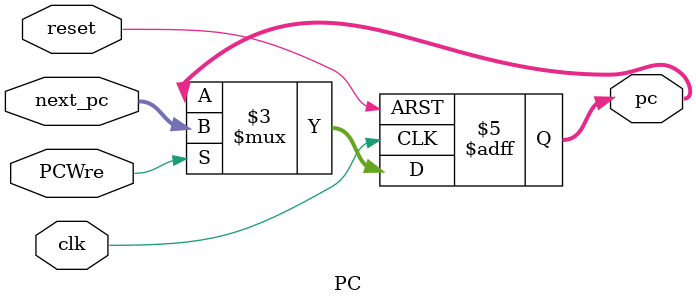
<source format=v>
`timescale 1ns / 1ps
module PC(
    input clk,                      // clock
    input reset,                    // reset pc to 0
    input PCWre,                    // pc change select
    input [31:0] next_pc,           // next pc
    output reg[31:0] pc             // this pc
    );
    initial begin
        pc <= 32'h0000_0000;
    end
    always @(negedge clk or posedge reset) begin
        if(reset)
            pc <= 32'h0000_0000;
        else
            if(PCWre) pc <= next_pc;
    end
endmodule

</source>
